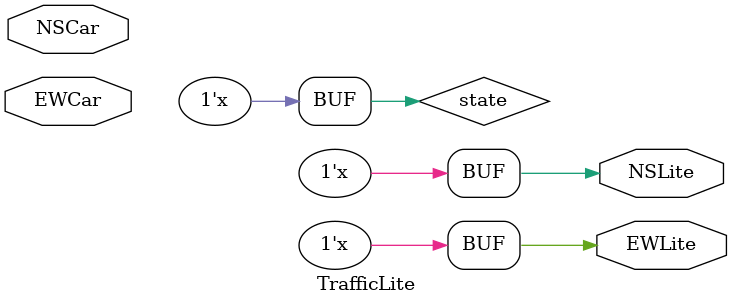
<source format=v>

module TrafficLite(EWCar, NSCar, EWLite, NSLite);

input EWCar, NSCar;
output EWLite, NSLite;

reg state;
initial state = 0; // set initial state

// following two assignments set the output, which is based only on the state variable.
assign NSLite = ~state; // NSLite on if state = 0
assign EWLite = state; // EWLite on if state = 1

always @(*) // all state updates on a positive

    case(state)
        0: state = EWCar; // change state only if EWCAR
        1: state = NSCar; // change state only if NSCar
    endcase

endmodule
</source>
